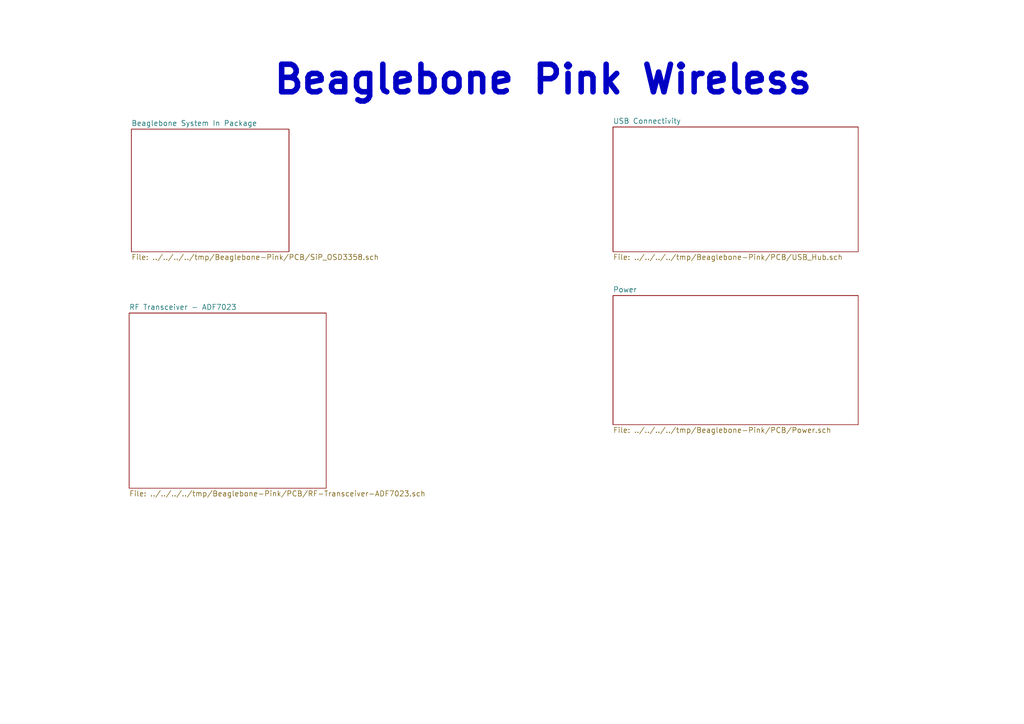
<source format=kicad_sch>
(kicad_sch (version 20230121) (generator eeschema)
  (paper "A4")
  (title_block (date "2016-10-16") (rev "0.1a") (company "GhostPCB") (comment 1 "Engineer Drawn By Adam Vadala-Roth") (comment 2 "Designed By Adam Vadala-Roth"))
  (lib_symbols)
  (text "Beaglebone Pink Wireless" (at 78.74 27.94 0) (effects (font (size 8.001 8.001) (thickness 1.6002) bold) (justify left bottom)))
  (sheet (at 38.1 37.465) (size 45.72 35.56)
    (property "Sheetname" "Beaglebone System In Package" (at 38.1 36.6264 0) (effects (font (size 1.524 1.524)) (justify left bottom)))
    (property "Sheetfile" "../../../../tmp/Beaglebone-Pink/PCB/SiP_OSD3358.sch" (at 38.1 73.7112 0) (effects (font (size 1.524 1.524)) (justify left top)))
  )
  (sheet (at 177.8 85.725) (size 71.12 37.465)
    (property "Sheetname" "Power" (at 177.8 84.8864 0) (effects (font (size 1.524 1.524)) (justify left bottom)))
    (property "Sheetfile" "../../../../tmp/Beaglebone-Pink/PCB/Power.sch" (at 177.8 123.8762 0) (effects (font (size 1.524 1.524)) (justify left top)))
  )
  (sheet (at 177.8 36.83) (size 71.12 36.195)
    (property "Sheetname" "USB Connectivity" (at 177.8 35.9914 0) (effects (font (size 1.524 1.524)) (justify left bottom)))
    (property "Sheetfile" "../../../../tmp/Beaglebone-Pink/PCB/USB_Hub.sch" (at 177.8 73.7112 0) (effects (font (size 1.524 1.524)) (justify left top)))
  )
  (sheet (at 37.465 90.805) (size 57.15 50.8)
    (property "Sheetname" "RF Transceiver - ADF7023" (at 37.465 89.9664 0) (effects (font (size 1.524 1.524)) (justify left bottom)))
    (property "Sheetfile" "../../../../tmp/Beaglebone-Pink/PCB/RF-Transceiver-ADF7023.sch" (at 37.465 142.2912 0) (effects (font (size 1.524 1.524)) (justify left top)))
  )
)
</source>
